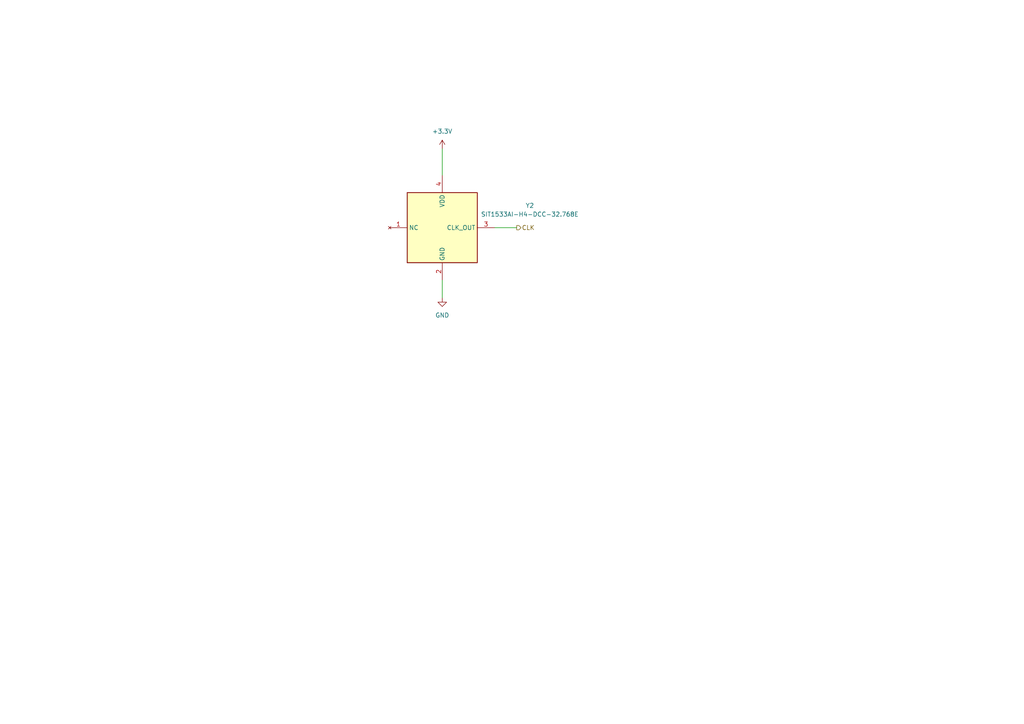
<source format=kicad_sch>
(kicad_sch (version 20250114) (generator "eeschema") (generator_version "9.0")
  (paper "A4")
  (lib_symbols
    (symbol "picowalker:SIT1533AI-H4-DCC-32.768E"
      (property "Reference" "Y" (at 26.67 15.24 0))
      (property "Value" "SIT1533AI-H4-DCC-32.768E" (at 26.67 12.7 0))
      (symbol "SIT1533AI-H4-DCC-32.768E_1_1"
        (rectangle (start 5.08 10.16) (end 25.4 -10.16) (stroke (width 0.254)) (fill (type background)))
        (pin no_connect line (at 0 0 0) (length 5.08) (name "NC") (number "1"))
        (pin passive line (at 15.24 15.24 270) (length 5.08) (name "VDD") (number "4"))
        (pin passive line (at 15.24 -15.24 90) (length 5.08) (name "GND") (number "2"))
        (pin passive line (at 30.48 0 180) (length 5.08) (name "CLK_OUT") (number "3"))
      )
    )
    (symbol "power:+3.3V" (power) (pin_numbers (hide yes)) (pin_names (offset 0) (hide yes))
      (property "Value" "+3.3V" (at 0 3.556 0))
      (symbol "+3.3V_0_1"
        (polyline (pts (xy -0.762 1.27) (xy 0 2.54)))
        (polyline (pts (xy 0 2.54) (xy 0.762 1.27)))
        (polyline (pts (xy 0 0) (xy 0 2.54)))
      )
      (symbol "+3.3V_1_1"
        (pin power_in line (at 0 0 90) (length 0) (name "~") (number "1"))
      )
    )
    (symbol "power:GND" (power) (pin_numbers (hide yes)) (pin_names (offset 0) (hide yes))
      (property "Value" "GND" (at 0 -3.81 0))
      (symbol "GND_0_1"
        (polyline (pts (xy 0 0) (xy 0 -1.27) (xy 1.27 -1.27) (xy 0 -2.54) (xy -1.27 -1.27) (xy 0 -1.27)))
      )
      (symbol "GND_1_1"
        (pin power_in line (at 0 0 270) (length 0) (name "~") (number "1"))
      )
    )
  )
  (wire (pts (xy 128.27 81.28) (xy 128.27 86.36)))
  (wire (pts (xy 128.27 43.18) (xy 128.27 50.8)))
  (wire (pts (xy 143.51 66.04) (xy 149.86 66.04)))
  (hierarchical_label "CLK" (shape output) (at 149.86 66.04 0))
  (symbol (lib_id "picowalker:SIT1533AI-H4-DCC-32.768E") (at 113.03 66.04 0) (unit 1)
    (property "Reference" "Y2" (at 153.67 59.6198 0))
    (property "Value" "SIT1533AI-H4-DCC-32.768E" (at 153.67 62.1598 0))
    (property "Datasheet" "https://www.sitime.com/datasheet/SiT1533" (effects (hide yes)))
    (property "Description" "Standard Clock Oscillators 32.768KHz R2R LVCMOS -40 to 85C 100ppm" (effects (hide yes)))
    (property "Height" "0.6" (effects (hide yes)))
    (property "Mouser Part Number" "788-1533AIH4DCC32.76" (effects (hide yes)))
    (property "Mouser Price/Stock" "https://www.mouser.co.uk/ProductDetail/SiTime/SiT1533AI-H4-DCC-32.768E?qs=5SDzjInHUKoUZz9ePr9JwA%3D%3D" (effects (hide yes)))
    (property "Manufacturer_Name" "SiTime" (effects (hide yes)))
    (property "Manufacturer_Part_Number" "SIT1533AI-H4-DCC-32.768E" (effects (hide yes)))
  )
  (symbol (lib_id "power:+3.3V") (at 128.27 43.18 0) (unit 1)
    (property "Reference" "#PWR085" (effects (hide yes)))
    (property "Value" "+3.3V" (at 128.27 38.1 0))
    (property "Description" "Power symbol creates a global label with name \"+3.3V\"" (effects (hide yes)))
  )
  (symbol (lib_id "power:GND") (at 128.27 86.36 0) (unit 1)
    (property "Reference" "#PWR086" (effects (hide yes)))
    (property "Value" "GND" (at 128.27 91.44 0))
    (property "Description" "Power symbol creates a global label with name \"GND\" , ground" (effects (hide yes)))
  )
)
</source>
